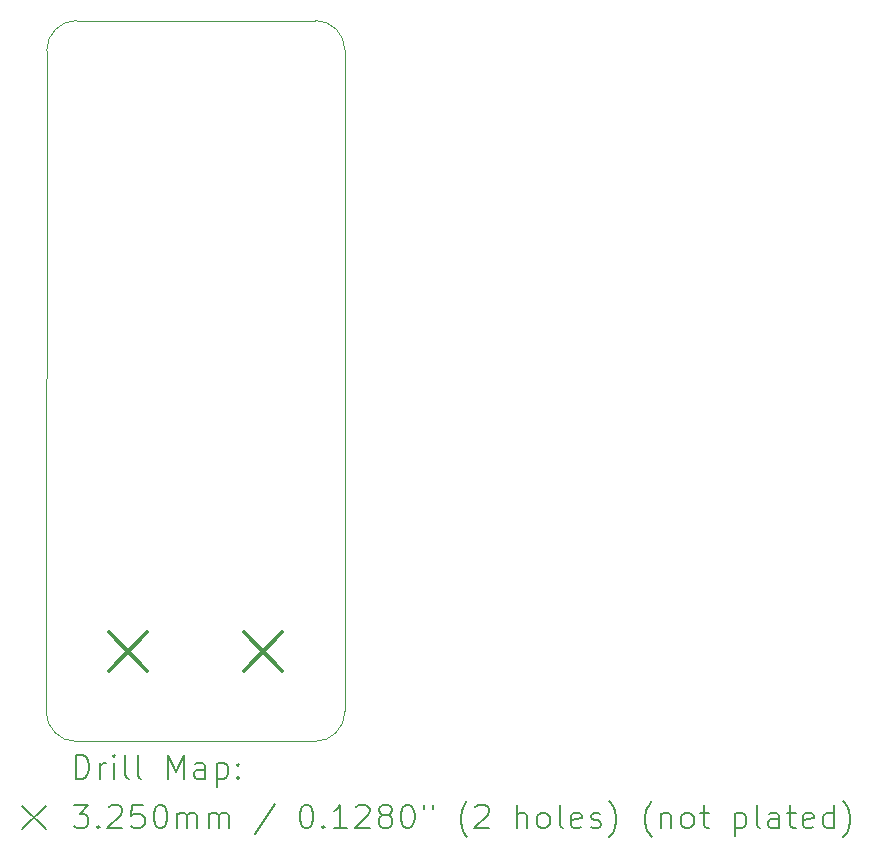
<source format=gbr>
%TF.GenerationSoftware,KiCad,Pcbnew,(6.0.9)*%
%TF.CreationDate,2022-11-21T00:30:00+13:00*%
%TF.ProjectId,LAN-Module-PoE,4c414e2d-4d6f-4647-956c-652d506f452e,rev?*%
%TF.SameCoordinates,Original*%
%TF.FileFunction,Drillmap*%
%TF.FilePolarity,Positive*%
%FSLAX45Y45*%
G04 Gerber Fmt 4.5, Leading zero omitted, Abs format (unit mm)*
G04 Created by KiCad (PCBNEW (6.0.9)) date 2022-11-21 00:30:00*
%MOMM*%
%LPD*%
G01*
G04 APERTURE LIST*
%ADD10C,0.100000*%
%ADD11C,0.200000*%
%ADD12C,0.325000*%
G04 APERTURE END LIST*
D10*
X5200000Y-3250000D02*
X3179000Y-3250000D01*
X3179000Y-3250000D02*
G75*
G03*
X2925000Y-3504000I0J-254000D01*
G01*
X5450000Y-3500000D02*
G75*
G03*
X5200000Y-3250000I-250000J0D01*
G01*
X5196000Y-9354000D02*
G75*
G03*
X5450000Y-9100000I0J254000D01*
G01*
X2921000Y-9100000D02*
G75*
G03*
X3175000Y-9354000I254000J0D01*
G01*
X2925000Y-3504000D02*
X2921000Y-9100000D01*
X3175000Y-9354000D02*
X5196000Y-9354000D01*
X5450000Y-9100000D02*
X5450000Y-3500000D01*
D11*
D12*
X3452500Y-8429623D02*
X3777500Y-8754623D01*
X3777500Y-8429623D02*
X3452500Y-8754623D01*
X4595500Y-8429623D02*
X4920500Y-8754623D01*
X4920500Y-8429623D02*
X4595500Y-8754623D01*
D11*
X3173619Y-9669476D02*
X3173619Y-9469476D01*
X3221238Y-9469476D01*
X3249809Y-9479000D01*
X3268857Y-9498048D01*
X3278381Y-9517095D01*
X3287905Y-9555190D01*
X3287905Y-9583762D01*
X3278381Y-9621857D01*
X3268857Y-9640905D01*
X3249809Y-9659952D01*
X3221238Y-9669476D01*
X3173619Y-9669476D01*
X3373619Y-9669476D02*
X3373619Y-9536143D01*
X3373619Y-9574238D02*
X3383143Y-9555190D01*
X3392667Y-9545667D01*
X3411714Y-9536143D01*
X3430762Y-9536143D01*
X3497428Y-9669476D02*
X3497428Y-9536143D01*
X3497428Y-9469476D02*
X3487905Y-9479000D01*
X3497428Y-9488524D01*
X3506952Y-9479000D01*
X3497428Y-9469476D01*
X3497428Y-9488524D01*
X3621238Y-9669476D02*
X3602190Y-9659952D01*
X3592667Y-9640905D01*
X3592667Y-9469476D01*
X3726000Y-9669476D02*
X3706952Y-9659952D01*
X3697428Y-9640905D01*
X3697428Y-9469476D01*
X3954571Y-9669476D02*
X3954571Y-9469476D01*
X4021238Y-9612333D01*
X4087905Y-9469476D01*
X4087905Y-9669476D01*
X4268857Y-9669476D02*
X4268857Y-9564714D01*
X4259333Y-9545667D01*
X4240286Y-9536143D01*
X4202190Y-9536143D01*
X4183143Y-9545667D01*
X4268857Y-9659952D02*
X4249810Y-9669476D01*
X4202190Y-9669476D01*
X4183143Y-9659952D01*
X4173619Y-9640905D01*
X4173619Y-9621857D01*
X4183143Y-9602810D01*
X4202190Y-9593286D01*
X4249810Y-9593286D01*
X4268857Y-9583762D01*
X4364095Y-9536143D02*
X4364095Y-9736143D01*
X4364095Y-9545667D02*
X4383143Y-9536143D01*
X4421238Y-9536143D01*
X4440286Y-9545667D01*
X4449810Y-9555190D01*
X4459333Y-9574238D01*
X4459333Y-9631381D01*
X4449810Y-9650429D01*
X4440286Y-9659952D01*
X4421238Y-9669476D01*
X4383143Y-9669476D01*
X4364095Y-9659952D01*
X4545048Y-9650429D02*
X4554571Y-9659952D01*
X4545048Y-9669476D01*
X4535524Y-9659952D01*
X4545048Y-9650429D01*
X4545048Y-9669476D01*
X4545048Y-9545667D02*
X4554571Y-9555190D01*
X4545048Y-9564714D01*
X4535524Y-9555190D01*
X4545048Y-9545667D01*
X4545048Y-9564714D01*
X2716000Y-9899000D02*
X2916000Y-10099000D01*
X2916000Y-9899000D02*
X2716000Y-10099000D01*
X3154571Y-9889476D02*
X3278381Y-9889476D01*
X3211714Y-9965667D01*
X3240286Y-9965667D01*
X3259333Y-9975190D01*
X3268857Y-9984714D01*
X3278381Y-10003762D01*
X3278381Y-10051381D01*
X3268857Y-10070429D01*
X3259333Y-10079952D01*
X3240286Y-10089476D01*
X3183143Y-10089476D01*
X3164095Y-10079952D01*
X3154571Y-10070429D01*
X3364095Y-10070429D02*
X3373619Y-10079952D01*
X3364095Y-10089476D01*
X3354571Y-10079952D01*
X3364095Y-10070429D01*
X3364095Y-10089476D01*
X3449809Y-9908524D02*
X3459333Y-9899000D01*
X3478381Y-9889476D01*
X3526000Y-9889476D01*
X3545048Y-9899000D01*
X3554571Y-9908524D01*
X3564095Y-9927571D01*
X3564095Y-9946619D01*
X3554571Y-9975190D01*
X3440286Y-10089476D01*
X3564095Y-10089476D01*
X3745048Y-9889476D02*
X3649809Y-9889476D01*
X3640286Y-9984714D01*
X3649809Y-9975190D01*
X3668857Y-9965667D01*
X3716476Y-9965667D01*
X3735524Y-9975190D01*
X3745048Y-9984714D01*
X3754571Y-10003762D01*
X3754571Y-10051381D01*
X3745048Y-10070429D01*
X3735524Y-10079952D01*
X3716476Y-10089476D01*
X3668857Y-10089476D01*
X3649809Y-10079952D01*
X3640286Y-10070429D01*
X3878381Y-9889476D02*
X3897428Y-9889476D01*
X3916476Y-9899000D01*
X3926000Y-9908524D01*
X3935524Y-9927571D01*
X3945048Y-9965667D01*
X3945048Y-10013286D01*
X3935524Y-10051381D01*
X3926000Y-10070429D01*
X3916476Y-10079952D01*
X3897428Y-10089476D01*
X3878381Y-10089476D01*
X3859333Y-10079952D01*
X3849809Y-10070429D01*
X3840286Y-10051381D01*
X3830762Y-10013286D01*
X3830762Y-9965667D01*
X3840286Y-9927571D01*
X3849809Y-9908524D01*
X3859333Y-9899000D01*
X3878381Y-9889476D01*
X4030762Y-10089476D02*
X4030762Y-9956143D01*
X4030762Y-9975190D02*
X4040286Y-9965667D01*
X4059333Y-9956143D01*
X4087905Y-9956143D01*
X4106952Y-9965667D01*
X4116476Y-9984714D01*
X4116476Y-10089476D01*
X4116476Y-9984714D02*
X4126000Y-9965667D01*
X4145048Y-9956143D01*
X4173619Y-9956143D01*
X4192667Y-9965667D01*
X4202190Y-9984714D01*
X4202190Y-10089476D01*
X4297429Y-10089476D02*
X4297429Y-9956143D01*
X4297429Y-9975190D02*
X4306952Y-9965667D01*
X4326000Y-9956143D01*
X4354571Y-9956143D01*
X4373619Y-9965667D01*
X4383143Y-9984714D01*
X4383143Y-10089476D01*
X4383143Y-9984714D02*
X4392667Y-9965667D01*
X4411714Y-9956143D01*
X4440286Y-9956143D01*
X4459333Y-9965667D01*
X4468857Y-9984714D01*
X4468857Y-10089476D01*
X4859333Y-9879952D02*
X4687905Y-10137095D01*
X5116476Y-9889476D02*
X5135524Y-9889476D01*
X5154571Y-9899000D01*
X5164095Y-9908524D01*
X5173619Y-9927571D01*
X5183143Y-9965667D01*
X5183143Y-10013286D01*
X5173619Y-10051381D01*
X5164095Y-10070429D01*
X5154571Y-10079952D01*
X5135524Y-10089476D01*
X5116476Y-10089476D01*
X5097429Y-10079952D01*
X5087905Y-10070429D01*
X5078381Y-10051381D01*
X5068857Y-10013286D01*
X5068857Y-9965667D01*
X5078381Y-9927571D01*
X5087905Y-9908524D01*
X5097429Y-9899000D01*
X5116476Y-9889476D01*
X5268857Y-10070429D02*
X5278381Y-10079952D01*
X5268857Y-10089476D01*
X5259333Y-10079952D01*
X5268857Y-10070429D01*
X5268857Y-10089476D01*
X5468857Y-10089476D02*
X5354571Y-10089476D01*
X5411714Y-10089476D02*
X5411714Y-9889476D01*
X5392667Y-9918048D01*
X5373619Y-9937095D01*
X5354571Y-9946619D01*
X5545048Y-9908524D02*
X5554571Y-9899000D01*
X5573619Y-9889476D01*
X5621238Y-9889476D01*
X5640286Y-9899000D01*
X5649809Y-9908524D01*
X5659333Y-9927571D01*
X5659333Y-9946619D01*
X5649809Y-9975190D01*
X5535524Y-10089476D01*
X5659333Y-10089476D01*
X5773619Y-9975190D02*
X5754571Y-9965667D01*
X5745048Y-9956143D01*
X5735524Y-9937095D01*
X5735524Y-9927571D01*
X5745048Y-9908524D01*
X5754571Y-9899000D01*
X5773619Y-9889476D01*
X5811714Y-9889476D01*
X5830762Y-9899000D01*
X5840286Y-9908524D01*
X5849809Y-9927571D01*
X5849809Y-9937095D01*
X5840286Y-9956143D01*
X5830762Y-9965667D01*
X5811714Y-9975190D01*
X5773619Y-9975190D01*
X5754571Y-9984714D01*
X5745048Y-9994238D01*
X5735524Y-10013286D01*
X5735524Y-10051381D01*
X5745048Y-10070429D01*
X5754571Y-10079952D01*
X5773619Y-10089476D01*
X5811714Y-10089476D01*
X5830762Y-10079952D01*
X5840286Y-10070429D01*
X5849809Y-10051381D01*
X5849809Y-10013286D01*
X5840286Y-9994238D01*
X5830762Y-9984714D01*
X5811714Y-9975190D01*
X5973619Y-9889476D02*
X5992667Y-9889476D01*
X6011714Y-9899000D01*
X6021238Y-9908524D01*
X6030762Y-9927571D01*
X6040286Y-9965667D01*
X6040286Y-10013286D01*
X6030762Y-10051381D01*
X6021238Y-10070429D01*
X6011714Y-10079952D01*
X5992667Y-10089476D01*
X5973619Y-10089476D01*
X5954571Y-10079952D01*
X5945048Y-10070429D01*
X5935524Y-10051381D01*
X5926000Y-10013286D01*
X5926000Y-9965667D01*
X5935524Y-9927571D01*
X5945048Y-9908524D01*
X5954571Y-9899000D01*
X5973619Y-9889476D01*
X6116476Y-9889476D02*
X6116476Y-9927571D01*
X6192667Y-9889476D02*
X6192667Y-9927571D01*
X6487905Y-10165667D02*
X6478381Y-10156143D01*
X6459333Y-10127571D01*
X6449809Y-10108524D01*
X6440286Y-10079952D01*
X6430762Y-10032333D01*
X6430762Y-9994238D01*
X6440286Y-9946619D01*
X6449809Y-9918048D01*
X6459333Y-9899000D01*
X6478381Y-9870429D01*
X6487905Y-9860905D01*
X6554571Y-9908524D02*
X6564095Y-9899000D01*
X6583143Y-9889476D01*
X6630762Y-9889476D01*
X6649809Y-9899000D01*
X6659333Y-9908524D01*
X6668857Y-9927571D01*
X6668857Y-9946619D01*
X6659333Y-9975190D01*
X6545048Y-10089476D01*
X6668857Y-10089476D01*
X6906952Y-10089476D02*
X6906952Y-9889476D01*
X6992667Y-10089476D02*
X6992667Y-9984714D01*
X6983143Y-9965667D01*
X6964095Y-9956143D01*
X6935524Y-9956143D01*
X6916476Y-9965667D01*
X6906952Y-9975190D01*
X7116476Y-10089476D02*
X7097428Y-10079952D01*
X7087905Y-10070429D01*
X7078381Y-10051381D01*
X7078381Y-9994238D01*
X7087905Y-9975190D01*
X7097428Y-9965667D01*
X7116476Y-9956143D01*
X7145048Y-9956143D01*
X7164095Y-9965667D01*
X7173619Y-9975190D01*
X7183143Y-9994238D01*
X7183143Y-10051381D01*
X7173619Y-10070429D01*
X7164095Y-10079952D01*
X7145048Y-10089476D01*
X7116476Y-10089476D01*
X7297428Y-10089476D02*
X7278381Y-10079952D01*
X7268857Y-10060905D01*
X7268857Y-9889476D01*
X7449809Y-10079952D02*
X7430762Y-10089476D01*
X7392667Y-10089476D01*
X7373619Y-10079952D01*
X7364095Y-10060905D01*
X7364095Y-9984714D01*
X7373619Y-9965667D01*
X7392667Y-9956143D01*
X7430762Y-9956143D01*
X7449809Y-9965667D01*
X7459333Y-9984714D01*
X7459333Y-10003762D01*
X7364095Y-10022810D01*
X7535524Y-10079952D02*
X7554571Y-10089476D01*
X7592667Y-10089476D01*
X7611714Y-10079952D01*
X7621238Y-10060905D01*
X7621238Y-10051381D01*
X7611714Y-10032333D01*
X7592667Y-10022810D01*
X7564095Y-10022810D01*
X7545048Y-10013286D01*
X7535524Y-9994238D01*
X7535524Y-9984714D01*
X7545048Y-9965667D01*
X7564095Y-9956143D01*
X7592667Y-9956143D01*
X7611714Y-9965667D01*
X7687905Y-10165667D02*
X7697428Y-10156143D01*
X7716476Y-10127571D01*
X7726000Y-10108524D01*
X7735524Y-10079952D01*
X7745048Y-10032333D01*
X7745048Y-9994238D01*
X7735524Y-9946619D01*
X7726000Y-9918048D01*
X7716476Y-9899000D01*
X7697428Y-9870429D01*
X7687905Y-9860905D01*
X8049809Y-10165667D02*
X8040286Y-10156143D01*
X8021238Y-10127571D01*
X8011714Y-10108524D01*
X8002190Y-10079952D01*
X7992667Y-10032333D01*
X7992667Y-9994238D01*
X8002190Y-9946619D01*
X8011714Y-9918048D01*
X8021238Y-9899000D01*
X8040286Y-9870429D01*
X8049809Y-9860905D01*
X8126000Y-9956143D02*
X8126000Y-10089476D01*
X8126000Y-9975190D02*
X8135524Y-9965667D01*
X8154571Y-9956143D01*
X8183143Y-9956143D01*
X8202190Y-9965667D01*
X8211714Y-9984714D01*
X8211714Y-10089476D01*
X8335524Y-10089476D02*
X8316476Y-10079952D01*
X8306952Y-10070429D01*
X8297428Y-10051381D01*
X8297428Y-9994238D01*
X8306952Y-9975190D01*
X8316476Y-9965667D01*
X8335524Y-9956143D01*
X8364095Y-9956143D01*
X8383143Y-9965667D01*
X8392667Y-9975190D01*
X8402190Y-9994238D01*
X8402190Y-10051381D01*
X8392667Y-10070429D01*
X8383143Y-10079952D01*
X8364095Y-10089476D01*
X8335524Y-10089476D01*
X8459333Y-9956143D02*
X8535524Y-9956143D01*
X8487905Y-9889476D02*
X8487905Y-10060905D01*
X8497429Y-10079952D01*
X8516476Y-10089476D01*
X8535524Y-10089476D01*
X8754571Y-9956143D02*
X8754571Y-10156143D01*
X8754571Y-9965667D02*
X8773619Y-9956143D01*
X8811714Y-9956143D01*
X8830762Y-9965667D01*
X8840286Y-9975190D01*
X8849810Y-9994238D01*
X8849810Y-10051381D01*
X8840286Y-10070429D01*
X8830762Y-10079952D01*
X8811714Y-10089476D01*
X8773619Y-10089476D01*
X8754571Y-10079952D01*
X8964095Y-10089476D02*
X8945048Y-10079952D01*
X8935524Y-10060905D01*
X8935524Y-9889476D01*
X9126000Y-10089476D02*
X9126000Y-9984714D01*
X9116476Y-9965667D01*
X9097429Y-9956143D01*
X9059333Y-9956143D01*
X9040286Y-9965667D01*
X9126000Y-10079952D02*
X9106952Y-10089476D01*
X9059333Y-10089476D01*
X9040286Y-10079952D01*
X9030762Y-10060905D01*
X9030762Y-10041857D01*
X9040286Y-10022810D01*
X9059333Y-10013286D01*
X9106952Y-10013286D01*
X9126000Y-10003762D01*
X9192667Y-9956143D02*
X9268857Y-9956143D01*
X9221238Y-9889476D02*
X9221238Y-10060905D01*
X9230762Y-10079952D01*
X9249810Y-10089476D01*
X9268857Y-10089476D01*
X9411714Y-10079952D02*
X9392667Y-10089476D01*
X9354571Y-10089476D01*
X9335524Y-10079952D01*
X9326000Y-10060905D01*
X9326000Y-9984714D01*
X9335524Y-9965667D01*
X9354571Y-9956143D01*
X9392667Y-9956143D01*
X9411714Y-9965667D01*
X9421238Y-9984714D01*
X9421238Y-10003762D01*
X9326000Y-10022810D01*
X9592667Y-10089476D02*
X9592667Y-9889476D01*
X9592667Y-10079952D02*
X9573619Y-10089476D01*
X9535524Y-10089476D01*
X9516476Y-10079952D01*
X9506952Y-10070429D01*
X9497429Y-10051381D01*
X9497429Y-9994238D01*
X9506952Y-9975190D01*
X9516476Y-9965667D01*
X9535524Y-9956143D01*
X9573619Y-9956143D01*
X9592667Y-9965667D01*
X9668857Y-10165667D02*
X9678381Y-10156143D01*
X9697429Y-10127571D01*
X9706952Y-10108524D01*
X9716476Y-10079952D01*
X9726000Y-10032333D01*
X9726000Y-9994238D01*
X9716476Y-9946619D01*
X9706952Y-9918048D01*
X9697429Y-9899000D01*
X9678381Y-9870429D01*
X9668857Y-9860905D01*
M02*

</source>
